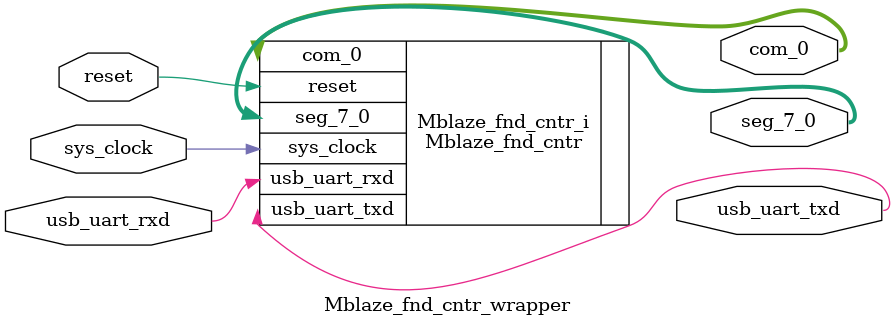
<source format=v>
`timescale 1 ps / 1 ps

module Mblaze_fnd_cntr_wrapper
   (com_0,
    reset,
    seg_7_0,
    sys_clock,
    usb_uart_rxd,
    usb_uart_txd);
  output [3:0]com_0;
  input reset;
  output [7:0]seg_7_0;
  input sys_clock;
  input usb_uart_rxd;
  output usb_uart_txd;

  wire [3:0]com_0;
  wire reset;
  wire [7:0]seg_7_0;
  wire sys_clock;
  wire usb_uart_rxd;
  wire usb_uart_txd;

  Mblaze_fnd_cntr Mblaze_fnd_cntr_i
       (.com_0(com_0),
        .reset(reset),
        .seg_7_0(seg_7_0),
        .sys_clock(sys_clock),
        .usb_uart_rxd(usb_uart_rxd),
        .usb_uart_txd(usb_uart_txd));
endmodule

</source>
